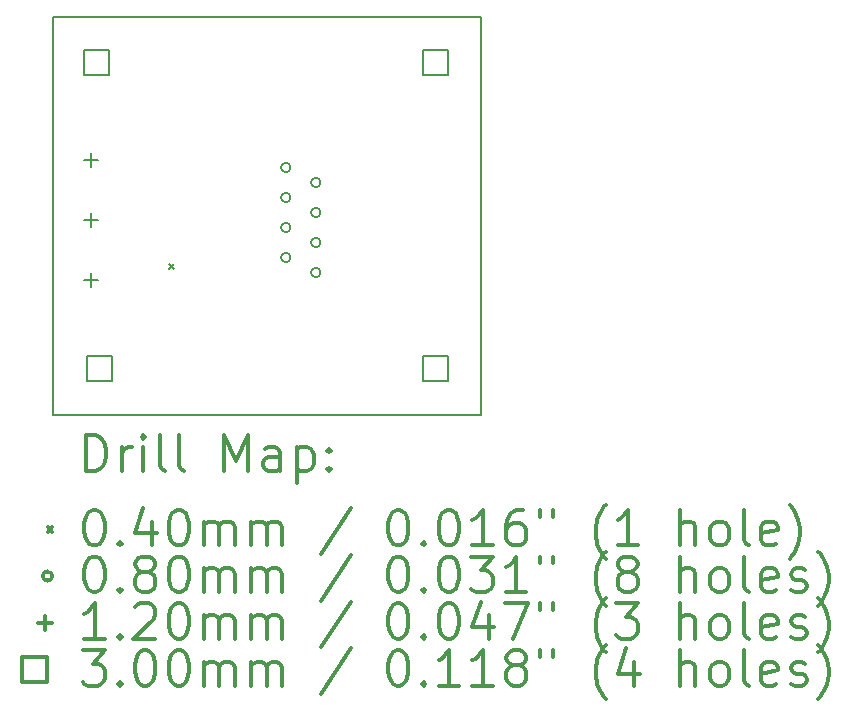
<source format=gbr>
%FSLAX45Y45*%
G04 Gerber Fmt 4.5, Leading zero omitted, Abs format (unit mm)*
G04 Created by KiCad (PCBNEW (5.1.6)-1) date 2023-04-30 23:27:59*
%MOMM*%
%LPD*%
G01*
G04 APERTURE LIST*
%TA.AperFunction,Profile*%
%ADD10C,0.150000*%
%TD*%
%ADD11C,0.200000*%
%ADD12C,0.300000*%
G04 APERTURE END LIST*
D10*
X18859500Y-10223500D02*
X18859500Y-6858000D01*
X22479000Y-10223500D02*
X18859500Y-10223500D01*
X22479000Y-6858000D02*
X22479000Y-10223500D01*
X18859500Y-6858000D02*
X22479000Y-6858000D01*
D11*
X19842800Y-8946200D02*
X19882800Y-8986200D01*
X19882800Y-8946200D02*
X19842800Y-8986200D01*
X20868000Y-8127900D02*
G75*
G03*
X20868000Y-8127900I-40000J0D01*
G01*
X20868000Y-8381900D02*
G75*
G03*
X20868000Y-8381900I-40000J0D01*
G01*
X20868000Y-8635900D02*
G75*
G03*
X20868000Y-8635900I-40000J0D01*
G01*
X20868000Y-8889900D02*
G75*
G03*
X20868000Y-8889900I-40000J0D01*
G01*
X21122000Y-8254900D02*
G75*
G03*
X21122000Y-8254900I-40000J0D01*
G01*
X21122000Y-8508900D02*
G75*
G03*
X21122000Y-8508900I-40000J0D01*
G01*
X21122000Y-8762900D02*
G75*
G03*
X21122000Y-8762900I-40000J0D01*
G01*
X21122000Y-9016900D02*
G75*
G03*
X21122000Y-9016900I-40000J0D01*
G01*
X19177000Y-8004500D02*
X19177000Y-8124500D01*
X19117000Y-8064500D02*
X19237000Y-8064500D01*
X19177000Y-8512500D02*
X19177000Y-8632500D01*
X19117000Y-8572500D02*
X19237000Y-8572500D01*
X19177000Y-9020500D02*
X19177000Y-9140500D01*
X19117000Y-9080500D02*
X19237000Y-9080500D01*
X22204067Y-7345067D02*
X22204067Y-7132933D01*
X21991933Y-7132933D01*
X21991933Y-7345067D01*
X22204067Y-7345067D01*
X19359267Y-9935867D02*
X19359267Y-9723733D01*
X19147133Y-9723733D01*
X19147133Y-9935867D01*
X19359267Y-9935867D01*
X19333867Y-7345067D02*
X19333867Y-7132933D01*
X19121733Y-7132933D01*
X19121733Y-7345067D01*
X19333867Y-7345067D01*
X22204067Y-9935867D02*
X22204067Y-9723733D01*
X21991933Y-9723733D01*
X21991933Y-9935867D01*
X22204067Y-9935867D01*
D12*
X19138428Y-10696714D02*
X19138428Y-10396714D01*
X19209857Y-10396714D01*
X19252714Y-10411000D01*
X19281286Y-10439572D01*
X19295571Y-10468143D01*
X19309857Y-10525286D01*
X19309857Y-10568143D01*
X19295571Y-10625286D01*
X19281286Y-10653857D01*
X19252714Y-10682429D01*
X19209857Y-10696714D01*
X19138428Y-10696714D01*
X19438428Y-10696714D02*
X19438428Y-10496714D01*
X19438428Y-10553857D02*
X19452714Y-10525286D01*
X19467000Y-10511000D01*
X19495571Y-10496714D01*
X19524143Y-10496714D01*
X19624143Y-10696714D02*
X19624143Y-10496714D01*
X19624143Y-10396714D02*
X19609857Y-10411000D01*
X19624143Y-10425286D01*
X19638428Y-10411000D01*
X19624143Y-10396714D01*
X19624143Y-10425286D01*
X19809857Y-10696714D02*
X19781286Y-10682429D01*
X19767000Y-10653857D01*
X19767000Y-10396714D01*
X19967000Y-10696714D02*
X19938428Y-10682429D01*
X19924143Y-10653857D01*
X19924143Y-10396714D01*
X20309857Y-10696714D02*
X20309857Y-10396714D01*
X20409857Y-10611000D01*
X20509857Y-10396714D01*
X20509857Y-10696714D01*
X20781286Y-10696714D02*
X20781286Y-10539572D01*
X20767000Y-10511000D01*
X20738428Y-10496714D01*
X20681286Y-10496714D01*
X20652714Y-10511000D01*
X20781286Y-10682429D02*
X20752714Y-10696714D01*
X20681286Y-10696714D01*
X20652714Y-10682429D01*
X20638428Y-10653857D01*
X20638428Y-10625286D01*
X20652714Y-10596714D01*
X20681286Y-10582429D01*
X20752714Y-10582429D01*
X20781286Y-10568143D01*
X20924143Y-10496714D02*
X20924143Y-10796714D01*
X20924143Y-10511000D02*
X20952714Y-10496714D01*
X21009857Y-10496714D01*
X21038428Y-10511000D01*
X21052714Y-10525286D01*
X21067000Y-10553857D01*
X21067000Y-10639572D01*
X21052714Y-10668143D01*
X21038428Y-10682429D01*
X21009857Y-10696714D01*
X20952714Y-10696714D01*
X20924143Y-10682429D01*
X21195571Y-10668143D02*
X21209857Y-10682429D01*
X21195571Y-10696714D01*
X21181286Y-10682429D01*
X21195571Y-10668143D01*
X21195571Y-10696714D01*
X21195571Y-10511000D02*
X21209857Y-10525286D01*
X21195571Y-10539572D01*
X21181286Y-10525286D01*
X21195571Y-10511000D01*
X21195571Y-10539572D01*
X18812000Y-11171000D02*
X18852000Y-11211000D01*
X18852000Y-11171000D02*
X18812000Y-11211000D01*
X19195571Y-11026714D02*
X19224143Y-11026714D01*
X19252714Y-11041000D01*
X19267000Y-11055286D01*
X19281286Y-11083857D01*
X19295571Y-11141000D01*
X19295571Y-11212429D01*
X19281286Y-11269571D01*
X19267000Y-11298143D01*
X19252714Y-11312429D01*
X19224143Y-11326714D01*
X19195571Y-11326714D01*
X19167000Y-11312429D01*
X19152714Y-11298143D01*
X19138428Y-11269571D01*
X19124143Y-11212429D01*
X19124143Y-11141000D01*
X19138428Y-11083857D01*
X19152714Y-11055286D01*
X19167000Y-11041000D01*
X19195571Y-11026714D01*
X19424143Y-11298143D02*
X19438428Y-11312429D01*
X19424143Y-11326714D01*
X19409857Y-11312429D01*
X19424143Y-11298143D01*
X19424143Y-11326714D01*
X19695571Y-11126714D02*
X19695571Y-11326714D01*
X19624143Y-11012429D02*
X19552714Y-11226714D01*
X19738428Y-11226714D01*
X19909857Y-11026714D02*
X19938428Y-11026714D01*
X19967000Y-11041000D01*
X19981286Y-11055286D01*
X19995571Y-11083857D01*
X20009857Y-11141000D01*
X20009857Y-11212429D01*
X19995571Y-11269571D01*
X19981286Y-11298143D01*
X19967000Y-11312429D01*
X19938428Y-11326714D01*
X19909857Y-11326714D01*
X19881286Y-11312429D01*
X19867000Y-11298143D01*
X19852714Y-11269571D01*
X19838428Y-11212429D01*
X19838428Y-11141000D01*
X19852714Y-11083857D01*
X19867000Y-11055286D01*
X19881286Y-11041000D01*
X19909857Y-11026714D01*
X20138428Y-11326714D02*
X20138428Y-11126714D01*
X20138428Y-11155286D02*
X20152714Y-11141000D01*
X20181286Y-11126714D01*
X20224143Y-11126714D01*
X20252714Y-11141000D01*
X20267000Y-11169572D01*
X20267000Y-11326714D01*
X20267000Y-11169572D02*
X20281286Y-11141000D01*
X20309857Y-11126714D01*
X20352714Y-11126714D01*
X20381286Y-11141000D01*
X20395571Y-11169572D01*
X20395571Y-11326714D01*
X20538428Y-11326714D02*
X20538428Y-11126714D01*
X20538428Y-11155286D02*
X20552714Y-11141000D01*
X20581286Y-11126714D01*
X20624143Y-11126714D01*
X20652714Y-11141000D01*
X20667000Y-11169572D01*
X20667000Y-11326714D01*
X20667000Y-11169572D02*
X20681286Y-11141000D01*
X20709857Y-11126714D01*
X20752714Y-11126714D01*
X20781286Y-11141000D01*
X20795571Y-11169572D01*
X20795571Y-11326714D01*
X21381286Y-11012429D02*
X21124143Y-11398143D01*
X21767000Y-11026714D02*
X21795571Y-11026714D01*
X21824143Y-11041000D01*
X21838428Y-11055286D01*
X21852714Y-11083857D01*
X21867000Y-11141000D01*
X21867000Y-11212429D01*
X21852714Y-11269571D01*
X21838428Y-11298143D01*
X21824143Y-11312429D01*
X21795571Y-11326714D01*
X21767000Y-11326714D01*
X21738428Y-11312429D01*
X21724143Y-11298143D01*
X21709857Y-11269571D01*
X21695571Y-11212429D01*
X21695571Y-11141000D01*
X21709857Y-11083857D01*
X21724143Y-11055286D01*
X21738428Y-11041000D01*
X21767000Y-11026714D01*
X21995571Y-11298143D02*
X22009857Y-11312429D01*
X21995571Y-11326714D01*
X21981286Y-11312429D01*
X21995571Y-11298143D01*
X21995571Y-11326714D01*
X22195571Y-11026714D02*
X22224143Y-11026714D01*
X22252714Y-11041000D01*
X22267000Y-11055286D01*
X22281286Y-11083857D01*
X22295571Y-11141000D01*
X22295571Y-11212429D01*
X22281286Y-11269571D01*
X22267000Y-11298143D01*
X22252714Y-11312429D01*
X22224143Y-11326714D01*
X22195571Y-11326714D01*
X22167000Y-11312429D01*
X22152714Y-11298143D01*
X22138428Y-11269571D01*
X22124143Y-11212429D01*
X22124143Y-11141000D01*
X22138428Y-11083857D01*
X22152714Y-11055286D01*
X22167000Y-11041000D01*
X22195571Y-11026714D01*
X22581286Y-11326714D02*
X22409857Y-11326714D01*
X22495571Y-11326714D02*
X22495571Y-11026714D01*
X22467000Y-11069572D01*
X22438428Y-11098143D01*
X22409857Y-11112429D01*
X22838428Y-11026714D02*
X22781286Y-11026714D01*
X22752714Y-11041000D01*
X22738428Y-11055286D01*
X22709857Y-11098143D01*
X22695571Y-11155286D01*
X22695571Y-11269571D01*
X22709857Y-11298143D01*
X22724143Y-11312429D01*
X22752714Y-11326714D01*
X22809857Y-11326714D01*
X22838428Y-11312429D01*
X22852714Y-11298143D01*
X22867000Y-11269571D01*
X22867000Y-11198143D01*
X22852714Y-11169572D01*
X22838428Y-11155286D01*
X22809857Y-11141000D01*
X22752714Y-11141000D01*
X22724143Y-11155286D01*
X22709857Y-11169572D01*
X22695571Y-11198143D01*
X22981286Y-11026714D02*
X22981286Y-11083857D01*
X23095571Y-11026714D02*
X23095571Y-11083857D01*
X23538428Y-11441000D02*
X23524143Y-11426714D01*
X23495571Y-11383857D01*
X23481286Y-11355286D01*
X23467000Y-11312429D01*
X23452714Y-11241000D01*
X23452714Y-11183857D01*
X23467000Y-11112429D01*
X23481286Y-11069572D01*
X23495571Y-11041000D01*
X23524143Y-10998143D01*
X23538428Y-10983857D01*
X23809857Y-11326714D02*
X23638428Y-11326714D01*
X23724143Y-11326714D02*
X23724143Y-11026714D01*
X23695571Y-11069572D01*
X23667000Y-11098143D01*
X23638428Y-11112429D01*
X24167000Y-11326714D02*
X24167000Y-11026714D01*
X24295571Y-11326714D02*
X24295571Y-11169572D01*
X24281286Y-11141000D01*
X24252714Y-11126714D01*
X24209857Y-11126714D01*
X24181286Y-11141000D01*
X24167000Y-11155286D01*
X24481286Y-11326714D02*
X24452714Y-11312429D01*
X24438428Y-11298143D01*
X24424143Y-11269571D01*
X24424143Y-11183857D01*
X24438428Y-11155286D01*
X24452714Y-11141000D01*
X24481286Y-11126714D01*
X24524143Y-11126714D01*
X24552714Y-11141000D01*
X24567000Y-11155286D01*
X24581286Y-11183857D01*
X24581286Y-11269571D01*
X24567000Y-11298143D01*
X24552714Y-11312429D01*
X24524143Y-11326714D01*
X24481286Y-11326714D01*
X24752714Y-11326714D02*
X24724143Y-11312429D01*
X24709857Y-11283857D01*
X24709857Y-11026714D01*
X24981286Y-11312429D02*
X24952714Y-11326714D01*
X24895571Y-11326714D01*
X24867000Y-11312429D01*
X24852714Y-11283857D01*
X24852714Y-11169572D01*
X24867000Y-11141000D01*
X24895571Y-11126714D01*
X24952714Y-11126714D01*
X24981286Y-11141000D01*
X24995571Y-11169572D01*
X24995571Y-11198143D01*
X24852714Y-11226714D01*
X25095571Y-11441000D02*
X25109857Y-11426714D01*
X25138428Y-11383857D01*
X25152714Y-11355286D01*
X25167000Y-11312429D01*
X25181286Y-11241000D01*
X25181286Y-11183857D01*
X25167000Y-11112429D01*
X25152714Y-11069572D01*
X25138428Y-11041000D01*
X25109857Y-10998143D01*
X25095571Y-10983857D01*
X18852000Y-11587000D02*
G75*
G03*
X18852000Y-11587000I-40000J0D01*
G01*
X19195571Y-11422714D02*
X19224143Y-11422714D01*
X19252714Y-11437000D01*
X19267000Y-11451286D01*
X19281286Y-11479857D01*
X19295571Y-11537000D01*
X19295571Y-11608429D01*
X19281286Y-11665571D01*
X19267000Y-11694143D01*
X19252714Y-11708429D01*
X19224143Y-11722714D01*
X19195571Y-11722714D01*
X19167000Y-11708429D01*
X19152714Y-11694143D01*
X19138428Y-11665571D01*
X19124143Y-11608429D01*
X19124143Y-11537000D01*
X19138428Y-11479857D01*
X19152714Y-11451286D01*
X19167000Y-11437000D01*
X19195571Y-11422714D01*
X19424143Y-11694143D02*
X19438428Y-11708429D01*
X19424143Y-11722714D01*
X19409857Y-11708429D01*
X19424143Y-11694143D01*
X19424143Y-11722714D01*
X19609857Y-11551286D02*
X19581286Y-11537000D01*
X19567000Y-11522714D01*
X19552714Y-11494143D01*
X19552714Y-11479857D01*
X19567000Y-11451286D01*
X19581286Y-11437000D01*
X19609857Y-11422714D01*
X19667000Y-11422714D01*
X19695571Y-11437000D01*
X19709857Y-11451286D01*
X19724143Y-11479857D01*
X19724143Y-11494143D01*
X19709857Y-11522714D01*
X19695571Y-11537000D01*
X19667000Y-11551286D01*
X19609857Y-11551286D01*
X19581286Y-11565571D01*
X19567000Y-11579857D01*
X19552714Y-11608429D01*
X19552714Y-11665571D01*
X19567000Y-11694143D01*
X19581286Y-11708429D01*
X19609857Y-11722714D01*
X19667000Y-11722714D01*
X19695571Y-11708429D01*
X19709857Y-11694143D01*
X19724143Y-11665571D01*
X19724143Y-11608429D01*
X19709857Y-11579857D01*
X19695571Y-11565571D01*
X19667000Y-11551286D01*
X19909857Y-11422714D02*
X19938428Y-11422714D01*
X19967000Y-11437000D01*
X19981286Y-11451286D01*
X19995571Y-11479857D01*
X20009857Y-11537000D01*
X20009857Y-11608429D01*
X19995571Y-11665571D01*
X19981286Y-11694143D01*
X19967000Y-11708429D01*
X19938428Y-11722714D01*
X19909857Y-11722714D01*
X19881286Y-11708429D01*
X19867000Y-11694143D01*
X19852714Y-11665571D01*
X19838428Y-11608429D01*
X19838428Y-11537000D01*
X19852714Y-11479857D01*
X19867000Y-11451286D01*
X19881286Y-11437000D01*
X19909857Y-11422714D01*
X20138428Y-11722714D02*
X20138428Y-11522714D01*
X20138428Y-11551286D02*
X20152714Y-11537000D01*
X20181286Y-11522714D01*
X20224143Y-11522714D01*
X20252714Y-11537000D01*
X20267000Y-11565571D01*
X20267000Y-11722714D01*
X20267000Y-11565571D02*
X20281286Y-11537000D01*
X20309857Y-11522714D01*
X20352714Y-11522714D01*
X20381286Y-11537000D01*
X20395571Y-11565571D01*
X20395571Y-11722714D01*
X20538428Y-11722714D02*
X20538428Y-11522714D01*
X20538428Y-11551286D02*
X20552714Y-11537000D01*
X20581286Y-11522714D01*
X20624143Y-11522714D01*
X20652714Y-11537000D01*
X20667000Y-11565571D01*
X20667000Y-11722714D01*
X20667000Y-11565571D02*
X20681286Y-11537000D01*
X20709857Y-11522714D01*
X20752714Y-11522714D01*
X20781286Y-11537000D01*
X20795571Y-11565571D01*
X20795571Y-11722714D01*
X21381286Y-11408429D02*
X21124143Y-11794143D01*
X21767000Y-11422714D02*
X21795571Y-11422714D01*
X21824143Y-11437000D01*
X21838428Y-11451286D01*
X21852714Y-11479857D01*
X21867000Y-11537000D01*
X21867000Y-11608429D01*
X21852714Y-11665571D01*
X21838428Y-11694143D01*
X21824143Y-11708429D01*
X21795571Y-11722714D01*
X21767000Y-11722714D01*
X21738428Y-11708429D01*
X21724143Y-11694143D01*
X21709857Y-11665571D01*
X21695571Y-11608429D01*
X21695571Y-11537000D01*
X21709857Y-11479857D01*
X21724143Y-11451286D01*
X21738428Y-11437000D01*
X21767000Y-11422714D01*
X21995571Y-11694143D02*
X22009857Y-11708429D01*
X21995571Y-11722714D01*
X21981286Y-11708429D01*
X21995571Y-11694143D01*
X21995571Y-11722714D01*
X22195571Y-11422714D02*
X22224143Y-11422714D01*
X22252714Y-11437000D01*
X22267000Y-11451286D01*
X22281286Y-11479857D01*
X22295571Y-11537000D01*
X22295571Y-11608429D01*
X22281286Y-11665571D01*
X22267000Y-11694143D01*
X22252714Y-11708429D01*
X22224143Y-11722714D01*
X22195571Y-11722714D01*
X22167000Y-11708429D01*
X22152714Y-11694143D01*
X22138428Y-11665571D01*
X22124143Y-11608429D01*
X22124143Y-11537000D01*
X22138428Y-11479857D01*
X22152714Y-11451286D01*
X22167000Y-11437000D01*
X22195571Y-11422714D01*
X22395571Y-11422714D02*
X22581286Y-11422714D01*
X22481286Y-11537000D01*
X22524143Y-11537000D01*
X22552714Y-11551286D01*
X22567000Y-11565571D01*
X22581286Y-11594143D01*
X22581286Y-11665571D01*
X22567000Y-11694143D01*
X22552714Y-11708429D01*
X22524143Y-11722714D01*
X22438428Y-11722714D01*
X22409857Y-11708429D01*
X22395571Y-11694143D01*
X22867000Y-11722714D02*
X22695571Y-11722714D01*
X22781286Y-11722714D02*
X22781286Y-11422714D01*
X22752714Y-11465571D01*
X22724143Y-11494143D01*
X22695571Y-11508429D01*
X22981286Y-11422714D02*
X22981286Y-11479857D01*
X23095571Y-11422714D02*
X23095571Y-11479857D01*
X23538428Y-11837000D02*
X23524143Y-11822714D01*
X23495571Y-11779857D01*
X23481286Y-11751286D01*
X23467000Y-11708429D01*
X23452714Y-11637000D01*
X23452714Y-11579857D01*
X23467000Y-11508429D01*
X23481286Y-11465571D01*
X23495571Y-11437000D01*
X23524143Y-11394143D01*
X23538428Y-11379857D01*
X23695571Y-11551286D02*
X23667000Y-11537000D01*
X23652714Y-11522714D01*
X23638428Y-11494143D01*
X23638428Y-11479857D01*
X23652714Y-11451286D01*
X23667000Y-11437000D01*
X23695571Y-11422714D01*
X23752714Y-11422714D01*
X23781286Y-11437000D01*
X23795571Y-11451286D01*
X23809857Y-11479857D01*
X23809857Y-11494143D01*
X23795571Y-11522714D01*
X23781286Y-11537000D01*
X23752714Y-11551286D01*
X23695571Y-11551286D01*
X23667000Y-11565571D01*
X23652714Y-11579857D01*
X23638428Y-11608429D01*
X23638428Y-11665571D01*
X23652714Y-11694143D01*
X23667000Y-11708429D01*
X23695571Y-11722714D01*
X23752714Y-11722714D01*
X23781286Y-11708429D01*
X23795571Y-11694143D01*
X23809857Y-11665571D01*
X23809857Y-11608429D01*
X23795571Y-11579857D01*
X23781286Y-11565571D01*
X23752714Y-11551286D01*
X24167000Y-11722714D02*
X24167000Y-11422714D01*
X24295571Y-11722714D02*
X24295571Y-11565571D01*
X24281286Y-11537000D01*
X24252714Y-11522714D01*
X24209857Y-11522714D01*
X24181286Y-11537000D01*
X24167000Y-11551286D01*
X24481286Y-11722714D02*
X24452714Y-11708429D01*
X24438428Y-11694143D01*
X24424143Y-11665571D01*
X24424143Y-11579857D01*
X24438428Y-11551286D01*
X24452714Y-11537000D01*
X24481286Y-11522714D01*
X24524143Y-11522714D01*
X24552714Y-11537000D01*
X24567000Y-11551286D01*
X24581286Y-11579857D01*
X24581286Y-11665571D01*
X24567000Y-11694143D01*
X24552714Y-11708429D01*
X24524143Y-11722714D01*
X24481286Y-11722714D01*
X24752714Y-11722714D02*
X24724143Y-11708429D01*
X24709857Y-11679857D01*
X24709857Y-11422714D01*
X24981286Y-11708429D02*
X24952714Y-11722714D01*
X24895571Y-11722714D01*
X24867000Y-11708429D01*
X24852714Y-11679857D01*
X24852714Y-11565571D01*
X24867000Y-11537000D01*
X24895571Y-11522714D01*
X24952714Y-11522714D01*
X24981286Y-11537000D01*
X24995571Y-11565571D01*
X24995571Y-11594143D01*
X24852714Y-11622714D01*
X25109857Y-11708429D02*
X25138428Y-11722714D01*
X25195571Y-11722714D01*
X25224143Y-11708429D01*
X25238428Y-11679857D01*
X25238428Y-11665571D01*
X25224143Y-11637000D01*
X25195571Y-11622714D01*
X25152714Y-11622714D01*
X25124143Y-11608429D01*
X25109857Y-11579857D01*
X25109857Y-11565571D01*
X25124143Y-11537000D01*
X25152714Y-11522714D01*
X25195571Y-11522714D01*
X25224143Y-11537000D01*
X25338428Y-11837000D02*
X25352714Y-11822714D01*
X25381286Y-11779857D01*
X25395571Y-11751286D01*
X25409857Y-11708429D01*
X25424143Y-11637000D01*
X25424143Y-11579857D01*
X25409857Y-11508429D01*
X25395571Y-11465571D01*
X25381286Y-11437000D01*
X25352714Y-11394143D01*
X25338428Y-11379857D01*
X18792000Y-11923000D02*
X18792000Y-12043000D01*
X18732000Y-11983000D02*
X18852000Y-11983000D01*
X19295571Y-12118714D02*
X19124143Y-12118714D01*
X19209857Y-12118714D02*
X19209857Y-11818714D01*
X19181286Y-11861571D01*
X19152714Y-11890143D01*
X19124143Y-11904429D01*
X19424143Y-12090143D02*
X19438428Y-12104429D01*
X19424143Y-12118714D01*
X19409857Y-12104429D01*
X19424143Y-12090143D01*
X19424143Y-12118714D01*
X19552714Y-11847286D02*
X19567000Y-11833000D01*
X19595571Y-11818714D01*
X19667000Y-11818714D01*
X19695571Y-11833000D01*
X19709857Y-11847286D01*
X19724143Y-11875857D01*
X19724143Y-11904429D01*
X19709857Y-11947286D01*
X19538428Y-12118714D01*
X19724143Y-12118714D01*
X19909857Y-11818714D02*
X19938428Y-11818714D01*
X19967000Y-11833000D01*
X19981286Y-11847286D01*
X19995571Y-11875857D01*
X20009857Y-11933000D01*
X20009857Y-12004429D01*
X19995571Y-12061571D01*
X19981286Y-12090143D01*
X19967000Y-12104429D01*
X19938428Y-12118714D01*
X19909857Y-12118714D01*
X19881286Y-12104429D01*
X19867000Y-12090143D01*
X19852714Y-12061571D01*
X19838428Y-12004429D01*
X19838428Y-11933000D01*
X19852714Y-11875857D01*
X19867000Y-11847286D01*
X19881286Y-11833000D01*
X19909857Y-11818714D01*
X20138428Y-12118714D02*
X20138428Y-11918714D01*
X20138428Y-11947286D02*
X20152714Y-11933000D01*
X20181286Y-11918714D01*
X20224143Y-11918714D01*
X20252714Y-11933000D01*
X20267000Y-11961571D01*
X20267000Y-12118714D01*
X20267000Y-11961571D02*
X20281286Y-11933000D01*
X20309857Y-11918714D01*
X20352714Y-11918714D01*
X20381286Y-11933000D01*
X20395571Y-11961571D01*
X20395571Y-12118714D01*
X20538428Y-12118714D02*
X20538428Y-11918714D01*
X20538428Y-11947286D02*
X20552714Y-11933000D01*
X20581286Y-11918714D01*
X20624143Y-11918714D01*
X20652714Y-11933000D01*
X20667000Y-11961571D01*
X20667000Y-12118714D01*
X20667000Y-11961571D02*
X20681286Y-11933000D01*
X20709857Y-11918714D01*
X20752714Y-11918714D01*
X20781286Y-11933000D01*
X20795571Y-11961571D01*
X20795571Y-12118714D01*
X21381286Y-11804429D02*
X21124143Y-12190143D01*
X21767000Y-11818714D02*
X21795571Y-11818714D01*
X21824143Y-11833000D01*
X21838428Y-11847286D01*
X21852714Y-11875857D01*
X21867000Y-11933000D01*
X21867000Y-12004429D01*
X21852714Y-12061571D01*
X21838428Y-12090143D01*
X21824143Y-12104429D01*
X21795571Y-12118714D01*
X21767000Y-12118714D01*
X21738428Y-12104429D01*
X21724143Y-12090143D01*
X21709857Y-12061571D01*
X21695571Y-12004429D01*
X21695571Y-11933000D01*
X21709857Y-11875857D01*
X21724143Y-11847286D01*
X21738428Y-11833000D01*
X21767000Y-11818714D01*
X21995571Y-12090143D02*
X22009857Y-12104429D01*
X21995571Y-12118714D01*
X21981286Y-12104429D01*
X21995571Y-12090143D01*
X21995571Y-12118714D01*
X22195571Y-11818714D02*
X22224143Y-11818714D01*
X22252714Y-11833000D01*
X22267000Y-11847286D01*
X22281286Y-11875857D01*
X22295571Y-11933000D01*
X22295571Y-12004429D01*
X22281286Y-12061571D01*
X22267000Y-12090143D01*
X22252714Y-12104429D01*
X22224143Y-12118714D01*
X22195571Y-12118714D01*
X22167000Y-12104429D01*
X22152714Y-12090143D01*
X22138428Y-12061571D01*
X22124143Y-12004429D01*
X22124143Y-11933000D01*
X22138428Y-11875857D01*
X22152714Y-11847286D01*
X22167000Y-11833000D01*
X22195571Y-11818714D01*
X22552714Y-11918714D02*
X22552714Y-12118714D01*
X22481286Y-11804429D02*
X22409857Y-12018714D01*
X22595571Y-12018714D01*
X22681286Y-11818714D02*
X22881286Y-11818714D01*
X22752714Y-12118714D01*
X22981286Y-11818714D02*
X22981286Y-11875857D01*
X23095571Y-11818714D02*
X23095571Y-11875857D01*
X23538428Y-12233000D02*
X23524143Y-12218714D01*
X23495571Y-12175857D01*
X23481286Y-12147286D01*
X23467000Y-12104429D01*
X23452714Y-12033000D01*
X23452714Y-11975857D01*
X23467000Y-11904429D01*
X23481286Y-11861571D01*
X23495571Y-11833000D01*
X23524143Y-11790143D01*
X23538428Y-11775857D01*
X23624143Y-11818714D02*
X23809857Y-11818714D01*
X23709857Y-11933000D01*
X23752714Y-11933000D01*
X23781286Y-11947286D01*
X23795571Y-11961571D01*
X23809857Y-11990143D01*
X23809857Y-12061571D01*
X23795571Y-12090143D01*
X23781286Y-12104429D01*
X23752714Y-12118714D01*
X23667000Y-12118714D01*
X23638428Y-12104429D01*
X23624143Y-12090143D01*
X24167000Y-12118714D02*
X24167000Y-11818714D01*
X24295571Y-12118714D02*
X24295571Y-11961571D01*
X24281286Y-11933000D01*
X24252714Y-11918714D01*
X24209857Y-11918714D01*
X24181286Y-11933000D01*
X24167000Y-11947286D01*
X24481286Y-12118714D02*
X24452714Y-12104429D01*
X24438428Y-12090143D01*
X24424143Y-12061571D01*
X24424143Y-11975857D01*
X24438428Y-11947286D01*
X24452714Y-11933000D01*
X24481286Y-11918714D01*
X24524143Y-11918714D01*
X24552714Y-11933000D01*
X24567000Y-11947286D01*
X24581286Y-11975857D01*
X24581286Y-12061571D01*
X24567000Y-12090143D01*
X24552714Y-12104429D01*
X24524143Y-12118714D01*
X24481286Y-12118714D01*
X24752714Y-12118714D02*
X24724143Y-12104429D01*
X24709857Y-12075857D01*
X24709857Y-11818714D01*
X24981286Y-12104429D02*
X24952714Y-12118714D01*
X24895571Y-12118714D01*
X24867000Y-12104429D01*
X24852714Y-12075857D01*
X24852714Y-11961571D01*
X24867000Y-11933000D01*
X24895571Y-11918714D01*
X24952714Y-11918714D01*
X24981286Y-11933000D01*
X24995571Y-11961571D01*
X24995571Y-11990143D01*
X24852714Y-12018714D01*
X25109857Y-12104429D02*
X25138428Y-12118714D01*
X25195571Y-12118714D01*
X25224143Y-12104429D01*
X25238428Y-12075857D01*
X25238428Y-12061571D01*
X25224143Y-12033000D01*
X25195571Y-12018714D01*
X25152714Y-12018714D01*
X25124143Y-12004429D01*
X25109857Y-11975857D01*
X25109857Y-11961571D01*
X25124143Y-11933000D01*
X25152714Y-11918714D01*
X25195571Y-11918714D01*
X25224143Y-11933000D01*
X25338428Y-12233000D02*
X25352714Y-12218714D01*
X25381286Y-12175857D01*
X25395571Y-12147286D01*
X25409857Y-12104429D01*
X25424143Y-12033000D01*
X25424143Y-11975857D01*
X25409857Y-11904429D01*
X25395571Y-11861571D01*
X25381286Y-11833000D01*
X25352714Y-11790143D01*
X25338428Y-11775857D01*
X18808067Y-12485067D02*
X18808067Y-12272933D01*
X18595933Y-12272933D01*
X18595933Y-12485067D01*
X18808067Y-12485067D01*
X19109857Y-12214714D02*
X19295571Y-12214714D01*
X19195571Y-12329000D01*
X19238428Y-12329000D01*
X19267000Y-12343286D01*
X19281286Y-12357571D01*
X19295571Y-12386143D01*
X19295571Y-12457571D01*
X19281286Y-12486143D01*
X19267000Y-12500429D01*
X19238428Y-12514714D01*
X19152714Y-12514714D01*
X19124143Y-12500429D01*
X19109857Y-12486143D01*
X19424143Y-12486143D02*
X19438428Y-12500429D01*
X19424143Y-12514714D01*
X19409857Y-12500429D01*
X19424143Y-12486143D01*
X19424143Y-12514714D01*
X19624143Y-12214714D02*
X19652714Y-12214714D01*
X19681286Y-12229000D01*
X19695571Y-12243286D01*
X19709857Y-12271857D01*
X19724143Y-12329000D01*
X19724143Y-12400429D01*
X19709857Y-12457571D01*
X19695571Y-12486143D01*
X19681286Y-12500429D01*
X19652714Y-12514714D01*
X19624143Y-12514714D01*
X19595571Y-12500429D01*
X19581286Y-12486143D01*
X19567000Y-12457571D01*
X19552714Y-12400429D01*
X19552714Y-12329000D01*
X19567000Y-12271857D01*
X19581286Y-12243286D01*
X19595571Y-12229000D01*
X19624143Y-12214714D01*
X19909857Y-12214714D02*
X19938428Y-12214714D01*
X19967000Y-12229000D01*
X19981286Y-12243286D01*
X19995571Y-12271857D01*
X20009857Y-12329000D01*
X20009857Y-12400429D01*
X19995571Y-12457571D01*
X19981286Y-12486143D01*
X19967000Y-12500429D01*
X19938428Y-12514714D01*
X19909857Y-12514714D01*
X19881286Y-12500429D01*
X19867000Y-12486143D01*
X19852714Y-12457571D01*
X19838428Y-12400429D01*
X19838428Y-12329000D01*
X19852714Y-12271857D01*
X19867000Y-12243286D01*
X19881286Y-12229000D01*
X19909857Y-12214714D01*
X20138428Y-12514714D02*
X20138428Y-12314714D01*
X20138428Y-12343286D02*
X20152714Y-12329000D01*
X20181286Y-12314714D01*
X20224143Y-12314714D01*
X20252714Y-12329000D01*
X20267000Y-12357571D01*
X20267000Y-12514714D01*
X20267000Y-12357571D02*
X20281286Y-12329000D01*
X20309857Y-12314714D01*
X20352714Y-12314714D01*
X20381286Y-12329000D01*
X20395571Y-12357571D01*
X20395571Y-12514714D01*
X20538428Y-12514714D02*
X20538428Y-12314714D01*
X20538428Y-12343286D02*
X20552714Y-12329000D01*
X20581286Y-12314714D01*
X20624143Y-12314714D01*
X20652714Y-12329000D01*
X20667000Y-12357571D01*
X20667000Y-12514714D01*
X20667000Y-12357571D02*
X20681286Y-12329000D01*
X20709857Y-12314714D01*
X20752714Y-12314714D01*
X20781286Y-12329000D01*
X20795571Y-12357571D01*
X20795571Y-12514714D01*
X21381286Y-12200429D02*
X21124143Y-12586143D01*
X21767000Y-12214714D02*
X21795571Y-12214714D01*
X21824143Y-12229000D01*
X21838428Y-12243286D01*
X21852714Y-12271857D01*
X21867000Y-12329000D01*
X21867000Y-12400429D01*
X21852714Y-12457571D01*
X21838428Y-12486143D01*
X21824143Y-12500429D01*
X21795571Y-12514714D01*
X21767000Y-12514714D01*
X21738428Y-12500429D01*
X21724143Y-12486143D01*
X21709857Y-12457571D01*
X21695571Y-12400429D01*
X21695571Y-12329000D01*
X21709857Y-12271857D01*
X21724143Y-12243286D01*
X21738428Y-12229000D01*
X21767000Y-12214714D01*
X21995571Y-12486143D02*
X22009857Y-12500429D01*
X21995571Y-12514714D01*
X21981286Y-12500429D01*
X21995571Y-12486143D01*
X21995571Y-12514714D01*
X22295571Y-12514714D02*
X22124143Y-12514714D01*
X22209857Y-12514714D02*
X22209857Y-12214714D01*
X22181286Y-12257571D01*
X22152714Y-12286143D01*
X22124143Y-12300429D01*
X22581286Y-12514714D02*
X22409857Y-12514714D01*
X22495571Y-12514714D02*
X22495571Y-12214714D01*
X22467000Y-12257571D01*
X22438428Y-12286143D01*
X22409857Y-12300429D01*
X22752714Y-12343286D02*
X22724143Y-12329000D01*
X22709857Y-12314714D01*
X22695571Y-12286143D01*
X22695571Y-12271857D01*
X22709857Y-12243286D01*
X22724143Y-12229000D01*
X22752714Y-12214714D01*
X22809857Y-12214714D01*
X22838428Y-12229000D01*
X22852714Y-12243286D01*
X22867000Y-12271857D01*
X22867000Y-12286143D01*
X22852714Y-12314714D01*
X22838428Y-12329000D01*
X22809857Y-12343286D01*
X22752714Y-12343286D01*
X22724143Y-12357571D01*
X22709857Y-12371857D01*
X22695571Y-12400429D01*
X22695571Y-12457571D01*
X22709857Y-12486143D01*
X22724143Y-12500429D01*
X22752714Y-12514714D01*
X22809857Y-12514714D01*
X22838428Y-12500429D01*
X22852714Y-12486143D01*
X22867000Y-12457571D01*
X22867000Y-12400429D01*
X22852714Y-12371857D01*
X22838428Y-12357571D01*
X22809857Y-12343286D01*
X22981286Y-12214714D02*
X22981286Y-12271857D01*
X23095571Y-12214714D02*
X23095571Y-12271857D01*
X23538428Y-12629000D02*
X23524143Y-12614714D01*
X23495571Y-12571857D01*
X23481286Y-12543286D01*
X23467000Y-12500429D01*
X23452714Y-12429000D01*
X23452714Y-12371857D01*
X23467000Y-12300429D01*
X23481286Y-12257571D01*
X23495571Y-12229000D01*
X23524143Y-12186143D01*
X23538428Y-12171857D01*
X23781286Y-12314714D02*
X23781286Y-12514714D01*
X23709857Y-12200429D02*
X23638428Y-12414714D01*
X23824143Y-12414714D01*
X24167000Y-12514714D02*
X24167000Y-12214714D01*
X24295571Y-12514714D02*
X24295571Y-12357571D01*
X24281286Y-12329000D01*
X24252714Y-12314714D01*
X24209857Y-12314714D01*
X24181286Y-12329000D01*
X24167000Y-12343286D01*
X24481286Y-12514714D02*
X24452714Y-12500429D01*
X24438428Y-12486143D01*
X24424143Y-12457571D01*
X24424143Y-12371857D01*
X24438428Y-12343286D01*
X24452714Y-12329000D01*
X24481286Y-12314714D01*
X24524143Y-12314714D01*
X24552714Y-12329000D01*
X24567000Y-12343286D01*
X24581286Y-12371857D01*
X24581286Y-12457571D01*
X24567000Y-12486143D01*
X24552714Y-12500429D01*
X24524143Y-12514714D01*
X24481286Y-12514714D01*
X24752714Y-12514714D02*
X24724143Y-12500429D01*
X24709857Y-12471857D01*
X24709857Y-12214714D01*
X24981286Y-12500429D02*
X24952714Y-12514714D01*
X24895571Y-12514714D01*
X24867000Y-12500429D01*
X24852714Y-12471857D01*
X24852714Y-12357571D01*
X24867000Y-12329000D01*
X24895571Y-12314714D01*
X24952714Y-12314714D01*
X24981286Y-12329000D01*
X24995571Y-12357571D01*
X24995571Y-12386143D01*
X24852714Y-12414714D01*
X25109857Y-12500429D02*
X25138428Y-12514714D01*
X25195571Y-12514714D01*
X25224143Y-12500429D01*
X25238428Y-12471857D01*
X25238428Y-12457571D01*
X25224143Y-12429000D01*
X25195571Y-12414714D01*
X25152714Y-12414714D01*
X25124143Y-12400429D01*
X25109857Y-12371857D01*
X25109857Y-12357571D01*
X25124143Y-12329000D01*
X25152714Y-12314714D01*
X25195571Y-12314714D01*
X25224143Y-12329000D01*
X25338428Y-12629000D02*
X25352714Y-12614714D01*
X25381286Y-12571857D01*
X25395571Y-12543286D01*
X25409857Y-12500429D01*
X25424143Y-12429000D01*
X25424143Y-12371857D01*
X25409857Y-12300429D01*
X25395571Y-12257571D01*
X25381286Y-12229000D01*
X25352714Y-12186143D01*
X25338428Y-12171857D01*
M02*

</source>
